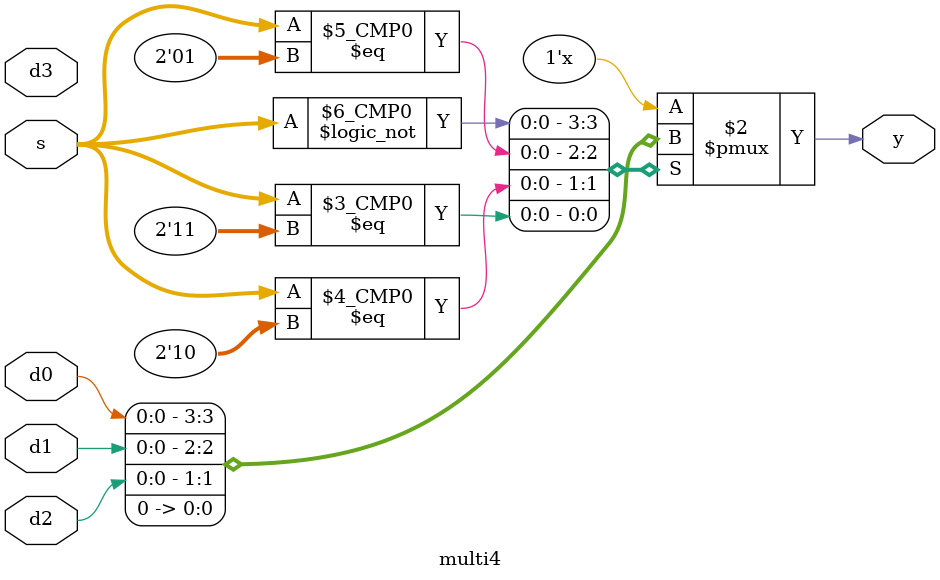
<source format=v>
module multi4 ( s,d3, d2, d1, d0, y );
input   d3,d2,d1,d0;
input  [1:0] s;  
output  y;


reg    y;

always@(s or d3 or d2 or d1 or d0)
case (s)
    0: y <=d0;
    1: y <= d1;
    2: y <= d2;
    3: y <= 0;
endcase

endmodule

</source>
